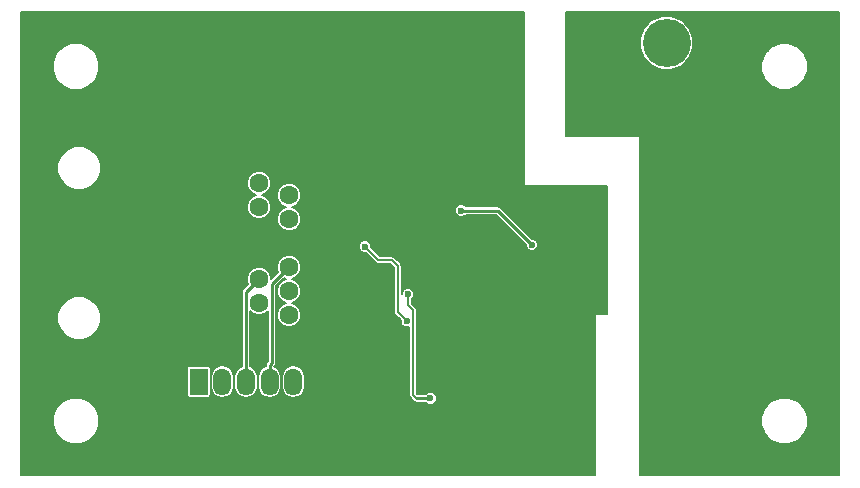
<source format=gbl>
G04 #@! TF.FileFunction,Copper,L2,Bot,Signal*
%FSLAX45Y45*%
G04 Gerber Fmt 4.5, Leading zero omitted, Abs format (unit mm)*
G04 Created by KiCad (PCBNEW (2015-11-19 BZR 6326, Git 08d9b36)-product) date Mon 23 Nov 2015 03:22:04 AM EST*
%MOMM*%
G01*
G04 APERTURE LIST*
%ADD10C,0.100000*%
%ADD11C,0.600000*%
%ADD12R,1.300000X3.600000*%
%ADD13C,1.600000*%
%ADD14C,2.200000*%
%ADD15R,1.524000X2.286000*%
%ADD16O,1.524000X2.286000*%
%ADD17C,4.064000*%
%ADD18C,0.200000*%
%ADD19C,0.250000*%
%ADD20C,0.150000*%
G04 APERTURE END LIST*
D10*
D11*
X9960000Y-5680000D03*
X9960000Y-5760000D03*
X10090000Y-6380000D03*
X10010000Y-6380000D03*
X10800000Y-6270000D03*
X10890000Y-6270000D03*
X10890000Y-6190000D03*
X10800000Y-6190000D03*
X10620000Y-6270000D03*
X10710000Y-6270000D03*
X10710000Y-6190000D03*
X10620000Y-6190000D03*
X10620000Y-6110000D03*
X10710000Y-6110000D03*
X10710000Y-6030000D03*
X10620000Y-6030000D03*
X10550000Y-5510000D03*
X10550000Y-5590000D03*
X10640000Y-5590000D03*
X10640000Y-5510000D03*
X10990000Y-4260000D03*
X11080000Y-4260000D03*
X11080000Y-4180000D03*
X10990000Y-4180000D03*
X10820000Y-4260000D03*
X10910000Y-4260000D03*
X10910000Y-4180000D03*
X10820000Y-4180000D03*
X10640000Y-4260000D03*
X10730000Y-4260000D03*
X10730000Y-4180000D03*
X10640000Y-4180000D03*
X10360000Y-4860000D03*
X10450000Y-4860000D03*
X10450000Y-4780000D03*
X10360000Y-4780000D03*
X11750000Y-4100000D03*
X11830000Y-4100000D03*
X11830000Y-4020000D03*
X11750000Y-4020000D03*
X11910000Y-4100000D03*
X11990000Y-4100000D03*
X11990000Y-4020000D03*
X11910000Y-4020000D03*
X12070000Y-4100000D03*
X12150000Y-4100000D03*
X12150000Y-4020000D03*
X12070000Y-4020000D03*
X13040000Y-6040000D03*
X13120000Y-6040000D03*
X13330000Y-5920000D03*
X13320000Y-5650000D03*
X12960000Y-5660000D03*
X11620000Y-5660000D03*
X11710000Y-5660000D03*
X11620000Y-5580000D03*
X11710000Y-5580000D03*
X11710000Y-5500000D03*
X11620000Y-5500000D03*
X12560000Y-5890000D03*
X12480000Y-5890000D03*
X12560000Y-5810000D03*
X12480000Y-5810000D03*
X12560000Y-5730000D03*
X12480000Y-5730000D03*
X12560000Y-5650000D03*
X12480000Y-5650000D03*
X12560000Y-5570000D03*
X12480000Y-5570000D03*
X12560000Y-5490000D03*
X11710000Y-5890000D03*
X11620000Y-5890000D03*
X11710000Y-5810000D03*
X11620000Y-5810000D03*
X11710000Y-5730000D03*
D12*
X12339340Y-5650000D03*
X11909340Y-5650000D03*
D13*
X9050000Y-5903000D03*
X9050000Y-5700000D03*
X9050000Y-5091000D03*
X9050000Y-4888000D03*
X9304000Y-6005000D03*
X9304000Y-5802000D03*
X9304000Y-5599000D03*
X9304000Y-5193000D03*
X9304000Y-4990000D03*
D14*
X7209000Y-6201000D03*
X7209000Y-4588000D03*
D15*
X8540000Y-6570000D03*
D16*
X8740000Y-6570000D03*
X8940000Y-6570000D03*
X9140000Y-6570000D03*
X9340000Y-6570000D03*
D17*
X12500000Y-3700000D03*
X11950000Y-3675000D03*
D11*
X11620000Y-5730000D03*
X12480000Y-5490000D03*
X10300000Y-6055000D03*
X9945000Y-5425000D03*
X10500000Y-6710000D03*
X10310000Y-5830000D03*
X13350000Y-4480000D03*
X13280000Y-4480000D03*
X12345000Y-7325000D03*
X10760000Y-5120000D03*
X11360000Y-5410000D03*
D18*
X10225000Y-5590000D02*
X10225000Y-5980000D01*
X10225000Y-5980000D02*
X10300000Y-6055000D01*
X10175000Y-5540000D02*
X10225000Y-5590000D01*
X10060000Y-5540000D02*
X10175000Y-5540000D01*
X9945000Y-5425000D02*
X10060000Y-5540000D01*
X10310000Y-5920000D02*
X10355000Y-5965000D01*
X10355000Y-5965000D02*
X10355000Y-6685000D01*
X10355000Y-6685000D02*
X10380000Y-6710000D01*
X10310000Y-5830000D02*
X10310000Y-5920000D01*
D19*
X10380000Y-6710000D02*
X10500000Y-6710000D01*
X9050000Y-5700000D02*
X8940000Y-5810000D01*
X8940000Y-5810000D02*
X8940000Y-6570000D01*
X9160000Y-5743000D02*
X9160000Y-6410700D01*
X9140000Y-6430700D02*
X9140000Y-6570000D01*
X9160000Y-6410700D02*
X9140000Y-6430700D01*
X9304000Y-5599000D02*
X9160000Y-5743000D01*
X11360000Y-5410000D02*
X11070000Y-5120000D01*
X11070000Y-5120000D02*
X10760000Y-5120000D01*
D20*
G36*
X11292500Y-4900000D02*
X11293091Y-4902918D01*
X11294770Y-4905376D01*
X11297274Y-4906987D01*
X11300000Y-4907500D01*
X11992500Y-4907500D01*
X11992500Y-5992500D01*
X11900000Y-5992500D01*
X11897082Y-5993091D01*
X11894624Y-5994770D01*
X11893013Y-5997274D01*
X11892500Y-6000000D01*
X11892500Y-7362500D01*
X7037500Y-7362500D01*
X7037500Y-6939113D01*
X7302466Y-6939113D01*
X7332470Y-7011729D01*
X7387979Y-7067335D01*
X7460542Y-7097466D01*
X7539113Y-7097534D01*
X7611729Y-7067530D01*
X7667335Y-7012021D01*
X7697466Y-6939457D01*
X7697534Y-6860887D01*
X7667530Y-6788271D01*
X7612021Y-6732665D01*
X7539457Y-6702534D01*
X7460887Y-6702466D01*
X7388271Y-6732470D01*
X7332665Y-6787979D01*
X7302534Y-6860542D01*
X7302466Y-6939113D01*
X7037500Y-6939113D01*
X7037500Y-6455700D01*
X8440859Y-6455700D01*
X8440859Y-6684300D01*
X8442428Y-6692638D01*
X8447356Y-6700296D01*
X8454875Y-6705433D01*
X8463800Y-6707241D01*
X8616200Y-6707241D01*
X8624538Y-6705672D01*
X8632196Y-6700744D01*
X8637333Y-6693225D01*
X8639141Y-6684300D01*
X8639141Y-6529220D01*
X8641300Y-6529220D01*
X8641300Y-6610780D01*
X8648813Y-6648551D01*
X8670209Y-6680571D01*
X8702229Y-6701967D01*
X8740000Y-6709480D01*
X8777771Y-6701967D01*
X8809791Y-6680571D01*
X8831187Y-6648551D01*
X8838700Y-6610780D01*
X8838700Y-6529220D01*
X8841300Y-6529220D01*
X8841300Y-6610780D01*
X8848813Y-6648551D01*
X8870209Y-6680571D01*
X8902229Y-6701967D01*
X8940000Y-6709480D01*
X8977771Y-6701967D01*
X9009791Y-6680571D01*
X9031187Y-6648551D01*
X9038700Y-6610780D01*
X9038700Y-6529220D01*
X9031187Y-6491449D01*
X9009791Y-6459428D01*
X8977771Y-6438033D01*
X8975000Y-6437482D01*
X8975000Y-5972952D01*
X8991863Y-5989845D01*
X9029522Y-6005482D01*
X9070299Y-6005518D01*
X9107986Y-5989946D01*
X9125000Y-5972961D01*
X9125000Y-6396203D01*
X9115251Y-6405951D01*
X9107664Y-6417306D01*
X9105000Y-6430700D01*
X9105000Y-6437482D01*
X9102229Y-6438033D01*
X9070209Y-6459428D01*
X9048813Y-6491449D01*
X9041300Y-6529220D01*
X9041300Y-6610780D01*
X9048813Y-6648551D01*
X9070209Y-6680571D01*
X9102229Y-6701967D01*
X9140000Y-6709480D01*
X9177771Y-6701967D01*
X9209791Y-6680571D01*
X9231187Y-6648551D01*
X9238700Y-6610780D01*
X9238700Y-6529220D01*
X9241300Y-6529220D01*
X9241300Y-6610780D01*
X9248813Y-6648551D01*
X9270209Y-6680571D01*
X9302229Y-6701967D01*
X9340000Y-6709480D01*
X9377771Y-6701967D01*
X9409791Y-6680571D01*
X9431187Y-6648551D01*
X9438700Y-6610780D01*
X9438700Y-6529220D01*
X9431187Y-6491449D01*
X9409791Y-6459428D01*
X9377771Y-6438033D01*
X9340000Y-6430520D01*
X9302229Y-6438033D01*
X9270209Y-6459428D01*
X9248813Y-6491449D01*
X9241300Y-6529220D01*
X9238700Y-6529220D01*
X9231187Y-6491449D01*
X9209791Y-6459428D01*
X9180405Y-6439793D01*
X9184749Y-6435449D01*
X9192336Y-6424094D01*
X9195000Y-6410700D01*
X9195000Y-5757497D01*
X9260553Y-5691945D01*
X9281197Y-5700517D01*
X9246014Y-5715054D01*
X9217155Y-5743863D01*
X9201518Y-5781522D01*
X9201482Y-5822299D01*
X9217054Y-5859986D01*
X9245863Y-5888845D01*
X9281197Y-5903517D01*
X9246014Y-5918054D01*
X9217155Y-5946863D01*
X9201518Y-5984522D01*
X9201482Y-6025299D01*
X9217054Y-6062986D01*
X9245863Y-6091845D01*
X9283522Y-6107482D01*
X9324299Y-6107518D01*
X9361986Y-6091946D01*
X9390845Y-6063137D01*
X9406482Y-6025478D01*
X9406518Y-5984701D01*
X9390946Y-5947014D01*
X9362137Y-5918155D01*
X9326803Y-5903483D01*
X9361986Y-5888946D01*
X9390845Y-5860137D01*
X9406482Y-5822478D01*
X9406518Y-5781701D01*
X9390946Y-5744014D01*
X9362137Y-5715155D01*
X9326803Y-5700483D01*
X9361986Y-5685946D01*
X9390845Y-5657137D01*
X9406482Y-5619478D01*
X9406518Y-5578701D01*
X9390946Y-5541014D01*
X9362137Y-5512155D01*
X9324478Y-5496518D01*
X9283701Y-5496482D01*
X9246014Y-5512054D01*
X9217155Y-5540863D01*
X9201518Y-5578522D01*
X9201482Y-5619299D01*
X9211049Y-5642453D01*
X9152499Y-5701003D01*
X9152518Y-5679701D01*
X9136946Y-5642014D01*
X9108137Y-5613155D01*
X9070478Y-5597518D01*
X9029701Y-5597482D01*
X8992014Y-5613054D01*
X8963155Y-5641863D01*
X8947518Y-5679522D01*
X8947482Y-5720299D01*
X8957049Y-5743453D01*
X8915251Y-5785251D01*
X8907664Y-5796606D01*
X8905000Y-5810000D01*
X8905000Y-6437482D01*
X8902229Y-6438033D01*
X8870209Y-6459428D01*
X8848813Y-6491449D01*
X8841300Y-6529220D01*
X8838700Y-6529220D01*
X8831187Y-6491449D01*
X8809791Y-6459428D01*
X8777771Y-6438033D01*
X8740000Y-6430520D01*
X8702229Y-6438033D01*
X8670209Y-6459428D01*
X8648813Y-6491449D01*
X8641300Y-6529220D01*
X8639141Y-6529220D01*
X8639141Y-6455700D01*
X8637572Y-6447362D01*
X8632644Y-6439704D01*
X8625125Y-6434567D01*
X8616200Y-6432759D01*
X8463800Y-6432759D01*
X8455462Y-6434328D01*
X8447804Y-6439256D01*
X8442667Y-6446775D01*
X8440859Y-6455700D01*
X7037500Y-6455700D01*
X7037500Y-6066637D01*
X7340968Y-6066637D01*
X7369073Y-6134657D01*
X7421069Y-6186744D01*
X7489040Y-6214968D01*
X7562637Y-6215032D01*
X7630657Y-6186927D01*
X7682744Y-6134931D01*
X7710968Y-6066960D01*
X7711032Y-5993363D01*
X7682927Y-5925343D01*
X7630931Y-5873256D01*
X7562960Y-5845032D01*
X7489363Y-5844968D01*
X7421343Y-5873073D01*
X7369256Y-5925069D01*
X7341032Y-5993040D01*
X7340968Y-6066637D01*
X7037500Y-6066637D01*
X7037500Y-5435397D01*
X9892491Y-5435397D01*
X9900467Y-5454700D01*
X9915222Y-5469481D01*
X9934511Y-5477491D01*
X9951544Y-5477506D01*
X10037019Y-5562981D01*
X10037019Y-5562981D01*
X10047563Y-5570026D01*
X10060000Y-5572500D01*
X10060001Y-5572500D01*
X10161538Y-5572500D01*
X10192500Y-5603462D01*
X10192500Y-5980000D01*
X10194974Y-5992437D01*
X10202019Y-6002981D01*
X10247506Y-6048468D01*
X10247491Y-6065397D01*
X10255467Y-6084700D01*
X10270222Y-6099481D01*
X10289511Y-6107491D01*
X10310397Y-6107509D01*
X10322500Y-6102508D01*
X10322500Y-6685000D01*
X10324974Y-6697437D01*
X10332019Y-6707981D01*
X10348132Y-6724094D01*
X10355251Y-6734749D01*
X10366606Y-6742336D01*
X10380000Y-6745000D01*
X10460757Y-6745000D01*
X10470222Y-6754481D01*
X10489511Y-6762491D01*
X10510397Y-6762509D01*
X10529700Y-6754533D01*
X10544481Y-6739778D01*
X10552491Y-6720489D01*
X10552509Y-6699603D01*
X10544533Y-6680300D01*
X10529778Y-6665519D01*
X10510489Y-6657509D01*
X10489603Y-6657491D01*
X10470300Y-6665467D01*
X10460750Y-6675000D01*
X10390962Y-6675000D01*
X10387500Y-6671538D01*
X10387500Y-5965001D01*
X10387500Y-5965000D01*
X10385026Y-5952563D01*
X10381643Y-5947500D01*
X10377981Y-5942019D01*
X10377981Y-5942019D01*
X10342500Y-5906538D01*
X10342500Y-5871738D01*
X10354481Y-5859778D01*
X10362491Y-5840489D01*
X10362509Y-5819603D01*
X10354533Y-5800300D01*
X10339778Y-5785519D01*
X10320489Y-5777509D01*
X10299603Y-5777491D01*
X10280300Y-5785467D01*
X10265519Y-5800222D01*
X10257509Y-5819511D01*
X10257500Y-5830000D01*
X10257500Y-5590001D01*
X10257500Y-5590000D01*
X10255026Y-5577563D01*
X10247981Y-5567019D01*
X10197981Y-5517019D01*
X10187437Y-5509974D01*
X10175000Y-5507500D01*
X10073462Y-5507500D01*
X9997494Y-5431532D01*
X9997509Y-5414603D01*
X9989533Y-5395300D01*
X9974778Y-5380519D01*
X9955489Y-5372509D01*
X9934603Y-5372491D01*
X9915300Y-5380467D01*
X9900519Y-5395222D01*
X9892509Y-5414511D01*
X9892491Y-5435397D01*
X7037500Y-5435397D01*
X7037500Y-4796637D01*
X7340968Y-4796637D01*
X7369073Y-4864657D01*
X7421069Y-4916744D01*
X7489040Y-4944968D01*
X7562637Y-4945032D01*
X7630657Y-4916927D01*
X7639300Y-4908299D01*
X8947482Y-4908299D01*
X8963054Y-4945986D01*
X8991863Y-4974845D01*
X9027197Y-4989517D01*
X8992014Y-5004054D01*
X8963155Y-5032863D01*
X8947518Y-5070522D01*
X8947482Y-5111299D01*
X8963054Y-5148986D01*
X8991863Y-5177845D01*
X9029522Y-5193482D01*
X9070299Y-5193518D01*
X9107986Y-5177946D01*
X9136845Y-5149137D01*
X9152482Y-5111478D01*
X9152518Y-5070701D01*
X9136946Y-5033014D01*
X9114270Y-5010299D01*
X9201482Y-5010299D01*
X9217054Y-5047986D01*
X9245863Y-5076845D01*
X9281197Y-5091517D01*
X9246014Y-5106054D01*
X9217155Y-5134863D01*
X9201518Y-5172522D01*
X9201482Y-5213299D01*
X9217054Y-5250986D01*
X9245863Y-5279845D01*
X9283522Y-5295482D01*
X9324299Y-5295518D01*
X9361986Y-5279946D01*
X9390845Y-5251137D01*
X9406482Y-5213478D01*
X9406518Y-5172701D01*
X9390946Y-5135014D01*
X9386337Y-5130397D01*
X10707491Y-5130397D01*
X10715467Y-5149700D01*
X10730222Y-5164481D01*
X10749511Y-5172491D01*
X10770397Y-5172509D01*
X10789700Y-5164533D01*
X10799250Y-5155000D01*
X11055503Y-5155000D01*
X11307503Y-5407000D01*
X11307491Y-5420397D01*
X11315467Y-5439700D01*
X11330222Y-5454481D01*
X11349511Y-5462491D01*
X11370397Y-5462509D01*
X11389700Y-5454533D01*
X11404481Y-5439778D01*
X11412491Y-5420489D01*
X11412509Y-5399603D01*
X11404533Y-5380300D01*
X11389778Y-5365519D01*
X11370489Y-5357509D01*
X11356995Y-5357497D01*
X11094749Y-5095251D01*
X11083394Y-5087664D01*
X11070000Y-5085000D01*
X10799243Y-5085000D01*
X10789778Y-5075519D01*
X10770489Y-5067509D01*
X10749603Y-5067491D01*
X10730300Y-5075467D01*
X10715519Y-5090222D01*
X10707509Y-5109511D01*
X10707491Y-5130397D01*
X9386337Y-5130397D01*
X9362137Y-5106155D01*
X9326803Y-5091483D01*
X9361986Y-5076946D01*
X9390845Y-5048137D01*
X9406482Y-5010478D01*
X9406518Y-4969701D01*
X9390946Y-4932014D01*
X9362137Y-4903155D01*
X9324478Y-4887518D01*
X9283701Y-4887482D01*
X9246014Y-4903054D01*
X9217155Y-4931863D01*
X9201518Y-4969522D01*
X9201482Y-5010299D01*
X9114270Y-5010299D01*
X9108137Y-5004155D01*
X9072803Y-4989483D01*
X9107986Y-4974946D01*
X9136845Y-4946137D01*
X9152482Y-4908478D01*
X9152518Y-4867701D01*
X9136946Y-4830014D01*
X9108137Y-4801155D01*
X9070478Y-4785518D01*
X9029701Y-4785482D01*
X8992014Y-4801054D01*
X8963155Y-4829863D01*
X8947518Y-4867522D01*
X8947482Y-4908299D01*
X7639300Y-4908299D01*
X7682744Y-4864931D01*
X7710968Y-4796960D01*
X7711032Y-4723363D01*
X7682927Y-4655343D01*
X7630931Y-4603256D01*
X7562960Y-4575032D01*
X7489363Y-4574968D01*
X7421343Y-4603073D01*
X7369256Y-4655069D01*
X7341032Y-4723040D01*
X7340968Y-4796637D01*
X7037500Y-4796637D01*
X7037500Y-3939113D01*
X7302466Y-3939113D01*
X7332470Y-4011729D01*
X7387979Y-4067335D01*
X7460542Y-4097466D01*
X7539113Y-4097534D01*
X7611729Y-4067530D01*
X7667335Y-4012021D01*
X7697466Y-3939457D01*
X7697534Y-3860887D01*
X7667530Y-3788271D01*
X7612021Y-3732665D01*
X7539457Y-3702534D01*
X7460887Y-3702466D01*
X7388271Y-3732470D01*
X7332665Y-3787979D01*
X7302534Y-3860542D01*
X7302466Y-3939113D01*
X7037500Y-3939113D01*
X7037500Y-3437500D01*
X11292500Y-3437500D01*
X11292500Y-4900000D01*
X11292500Y-4900000D01*
G37*
X11292500Y-4900000D02*
X11293091Y-4902918D01*
X11294770Y-4905376D01*
X11297274Y-4906987D01*
X11300000Y-4907500D01*
X11992500Y-4907500D01*
X11992500Y-5992500D01*
X11900000Y-5992500D01*
X11897082Y-5993091D01*
X11894624Y-5994770D01*
X11893013Y-5997274D01*
X11892500Y-6000000D01*
X11892500Y-7362500D01*
X7037500Y-7362500D01*
X7037500Y-6939113D01*
X7302466Y-6939113D01*
X7332470Y-7011729D01*
X7387979Y-7067335D01*
X7460542Y-7097466D01*
X7539113Y-7097534D01*
X7611729Y-7067530D01*
X7667335Y-7012021D01*
X7697466Y-6939457D01*
X7697534Y-6860887D01*
X7667530Y-6788271D01*
X7612021Y-6732665D01*
X7539457Y-6702534D01*
X7460887Y-6702466D01*
X7388271Y-6732470D01*
X7332665Y-6787979D01*
X7302534Y-6860542D01*
X7302466Y-6939113D01*
X7037500Y-6939113D01*
X7037500Y-6455700D01*
X8440859Y-6455700D01*
X8440859Y-6684300D01*
X8442428Y-6692638D01*
X8447356Y-6700296D01*
X8454875Y-6705433D01*
X8463800Y-6707241D01*
X8616200Y-6707241D01*
X8624538Y-6705672D01*
X8632196Y-6700744D01*
X8637333Y-6693225D01*
X8639141Y-6684300D01*
X8639141Y-6529220D01*
X8641300Y-6529220D01*
X8641300Y-6610780D01*
X8648813Y-6648551D01*
X8670209Y-6680571D01*
X8702229Y-6701967D01*
X8740000Y-6709480D01*
X8777771Y-6701967D01*
X8809791Y-6680571D01*
X8831187Y-6648551D01*
X8838700Y-6610780D01*
X8838700Y-6529220D01*
X8841300Y-6529220D01*
X8841300Y-6610780D01*
X8848813Y-6648551D01*
X8870209Y-6680571D01*
X8902229Y-6701967D01*
X8940000Y-6709480D01*
X8977771Y-6701967D01*
X9009791Y-6680571D01*
X9031187Y-6648551D01*
X9038700Y-6610780D01*
X9038700Y-6529220D01*
X9031187Y-6491449D01*
X9009791Y-6459428D01*
X8977771Y-6438033D01*
X8975000Y-6437482D01*
X8975000Y-5972952D01*
X8991863Y-5989845D01*
X9029522Y-6005482D01*
X9070299Y-6005518D01*
X9107986Y-5989946D01*
X9125000Y-5972961D01*
X9125000Y-6396203D01*
X9115251Y-6405951D01*
X9107664Y-6417306D01*
X9105000Y-6430700D01*
X9105000Y-6437482D01*
X9102229Y-6438033D01*
X9070209Y-6459428D01*
X9048813Y-6491449D01*
X9041300Y-6529220D01*
X9041300Y-6610780D01*
X9048813Y-6648551D01*
X9070209Y-6680571D01*
X9102229Y-6701967D01*
X9140000Y-6709480D01*
X9177771Y-6701967D01*
X9209791Y-6680571D01*
X9231187Y-6648551D01*
X9238700Y-6610780D01*
X9238700Y-6529220D01*
X9241300Y-6529220D01*
X9241300Y-6610780D01*
X9248813Y-6648551D01*
X9270209Y-6680571D01*
X9302229Y-6701967D01*
X9340000Y-6709480D01*
X9377771Y-6701967D01*
X9409791Y-6680571D01*
X9431187Y-6648551D01*
X9438700Y-6610780D01*
X9438700Y-6529220D01*
X9431187Y-6491449D01*
X9409791Y-6459428D01*
X9377771Y-6438033D01*
X9340000Y-6430520D01*
X9302229Y-6438033D01*
X9270209Y-6459428D01*
X9248813Y-6491449D01*
X9241300Y-6529220D01*
X9238700Y-6529220D01*
X9231187Y-6491449D01*
X9209791Y-6459428D01*
X9180405Y-6439793D01*
X9184749Y-6435449D01*
X9192336Y-6424094D01*
X9195000Y-6410700D01*
X9195000Y-5757497D01*
X9260553Y-5691945D01*
X9281197Y-5700517D01*
X9246014Y-5715054D01*
X9217155Y-5743863D01*
X9201518Y-5781522D01*
X9201482Y-5822299D01*
X9217054Y-5859986D01*
X9245863Y-5888845D01*
X9281197Y-5903517D01*
X9246014Y-5918054D01*
X9217155Y-5946863D01*
X9201518Y-5984522D01*
X9201482Y-6025299D01*
X9217054Y-6062986D01*
X9245863Y-6091845D01*
X9283522Y-6107482D01*
X9324299Y-6107518D01*
X9361986Y-6091946D01*
X9390845Y-6063137D01*
X9406482Y-6025478D01*
X9406518Y-5984701D01*
X9390946Y-5947014D01*
X9362137Y-5918155D01*
X9326803Y-5903483D01*
X9361986Y-5888946D01*
X9390845Y-5860137D01*
X9406482Y-5822478D01*
X9406518Y-5781701D01*
X9390946Y-5744014D01*
X9362137Y-5715155D01*
X9326803Y-5700483D01*
X9361986Y-5685946D01*
X9390845Y-5657137D01*
X9406482Y-5619478D01*
X9406518Y-5578701D01*
X9390946Y-5541014D01*
X9362137Y-5512155D01*
X9324478Y-5496518D01*
X9283701Y-5496482D01*
X9246014Y-5512054D01*
X9217155Y-5540863D01*
X9201518Y-5578522D01*
X9201482Y-5619299D01*
X9211049Y-5642453D01*
X9152499Y-5701003D01*
X9152518Y-5679701D01*
X9136946Y-5642014D01*
X9108137Y-5613155D01*
X9070478Y-5597518D01*
X9029701Y-5597482D01*
X8992014Y-5613054D01*
X8963155Y-5641863D01*
X8947518Y-5679522D01*
X8947482Y-5720299D01*
X8957049Y-5743453D01*
X8915251Y-5785251D01*
X8907664Y-5796606D01*
X8905000Y-5810000D01*
X8905000Y-6437482D01*
X8902229Y-6438033D01*
X8870209Y-6459428D01*
X8848813Y-6491449D01*
X8841300Y-6529220D01*
X8838700Y-6529220D01*
X8831187Y-6491449D01*
X8809791Y-6459428D01*
X8777771Y-6438033D01*
X8740000Y-6430520D01*
X8702229Y-6438033D01*
X8670209Y-6459428D01*
X8648813Y-6491449D01*
X8641300Y-6529220D01*
X8639141Y-6529220D01*
X8639141Y-6455700D01*
X8637572Y-6447362D01*
X8632644Y-6439704D01*
X8625125Y-6434567D01*
X8616200Y-6432759D01*
X8463800Y-6432759D01*
X8455462Y-6434328D01*
X8447804Y-6439256D01*
X8442667Y-6446775D01*
X8440859Y-6455700D01*
X7037500Y-6455700D01*
X7037500Y-6066637D01*
X7340968Y-6066637D01*
X7369073Y-6134657D01*
X7421069Y-6186744D01*
X7489040Y-6214968D01*
X7562637Y-6215032D01*
X7630657Y-6186927D01*
X7682744Y-6134931D01*
X7710968Y-6066960D01*
X7711032Y-5993363D01*
X7682927Y-5925343D01*
X7630931Y-5873256D01*
X7562960Y-5845032D01*
X7489363Y-5844968D01*
X7421343Y-5873073D01*
X7369256Y-5925069D01*
X7341032Y-5993040D01*
X7340968Y-6066637D01*
X7037500Y-6066637D01*
X7037500Y-5435397D01*
X9892491Y-5435397D01*
X9900467Y-5454700D01*
X9915222Y-5469481D01*
X9934511Y-5477491D01*
X9951544Y-5477506D01*
X10037019Y-5562981D01*
X10037019Y-5562981D01*
X10047563Y-5570026D01*
X10060000Y-5572500D01*
X10060001Y-5572500D01*
X10161538Y-5572500D01*
X10192500Y-5603462D01*
X10192500Y-5980000D01*
X10194974Y-5992437D01*
X10202019Y-6002981D01*
X10247506Y-6048468D01*
X10247491Y-6065397D01*
X10255467Y-6084700D01*
X10270222Y-6099481D01*
X10289511Y-6107491D01*
X10310397Y-6107509D01*
X10322500Y-6102508D01*
X10322500Y-6685000D01*
X10324974Y-6697437D01*
X10332019Y-6707981D01*
X10348132Y-6724094D01*
X10355251Y-6734749D01*
X10366606Y-6742336D01*
X10380000Y-6745000D01*
X10460757Y-6745000D01*
X10470222Y-6754481D01*
X10489511Y-6762491D01*
X10510397Y-6762509D01*
X10529700Y-6754533D01*
X10544481Y-6739778D01*
X10552491Y-6720489D01*
X10552509Y-6699603D01*
X10544533Y-6680300D01*
X10529778Y-6665519D01*
X10510489Y-6657509D01*
X10489603Y-6657491D01*
X10470300Y-6665467D01*
X10460750Y-6675000D01*
X10390962Y-6675000D01*
X10387500Y-6671538D01*
X10387500Y-5965001D01*
X10387500Y-5965000D01*
X10385026Y-5952563D01*
X10381643Y-5947500D01*
X10377981Y-5942019D01*
X10377981Y-5942019D01*
X10342500Y-5906538D01*
X10342500Y-5871738D01*
X10354481Y-5859778D01*
X10362491Y-5840489D01*
X10362509Y-5819603D01*
X10354533Y-5800300D01*
X10339778Y-5785519D01*
X10320489Y-5777509D01*
X10299603Y-5777491D01*
X10280300Y-5785467D01*
X10265519Y-5800222D01*
X10257509Y-5819511D01*
X10257500Y-5830000D01*
X10257500Y-5590001D01*
X10257500Y-5590000D01*
X10255026Y-5577563D01*
X10247981Y-5567019D01*
X10197981Y-5517019D01*
X10187437Y-5509974D01*
X10175000Y-5507500D01*
X10073462Y-5507500D01*
X9997494Y-5431532D01*
X9997509Y-5414603D01*
X9989533Y-5395300D01*
X9974778Y-5380519D01*
X9955489Y-5372509D01*
X9934603Y-5372491D01*
X9915300Y-5380467D01*
X9900519Y-5395222D01*
X9892509Y-5414511D01*
X9892491Y-5435397D01*
X7037500Y-5435397D01*
X7037500Y-4796637D01*
X7340968Y-4796637D01*
X7369073Y-4864657D01*
X7421069Y-4916744D01*
X7489040Y-4944968D01*
X7562637Y-4945032D01*
X7630657Y-4916927D01*
X7639300Y-4908299D01*
X8947482Y-4908299D01*
X8963054Y-4945986D01*
X8991863Y-4974845D01*
X9027197Y-4989517D01*
X8992014Y-5004054D01*
X8963155Y-5032863D01*
X8947518Y-5070522D01*
X8947482Y-5111299D01*
X8963054Y-5148986D01*
X8991863Y-5177845D01*
X9029522Y-5193482D01*
X9070299Y-5193518D01*
X9107986Y-5177946D01*
X9136845Y-5149137D01*
X9152482Y-5111478D01*
X9152518Y-5070701D01*
X9136946Y-5033014D01*
X9114270Y-5010299D01*
X9201482Y-5010299D01*
X9217054Y-5047986D01*
X9245863Y-5076845D01*
X9281197Y-5091517D01*
X9246014Y-5106054D01*
X9217155Y-5134863D01*
X9201518Y-5172522D01*
X9201482Y-5213299D01*
X9217054Y-5250986D01*
X9245863Y-5279845D01*
X9283522Y-5295482D01*
X9324299Y-5295518D01*
X9361986Y-5279946D01*
X9390845Y-5251137D01*
X9406482Y-5213478D01*
X9406518Y-5172701D01*
X9390946Y-5135014D01*
X9386337Y-5130397D01*
X10707491Y-5130397D01*
X10715467Y-5149700D01*
X10730222Y-5164481D01*
X10749511Y-5172491D01*
X10770397Y-5172509D01*
X10789700Y-5164533D01*
X10799250Y-5155000D01*
X11055503Y-5155000D01*
X11307503Y-5407000D01*
X11307491Y-5420397D01*
X11315467Y-5439700D01*
X11330222Y-5454481D01*
X11349511Y-5462491D01*
X11370397Y-5462509D01*
X11389700Y-5454533D01*
X11404481Y-5439778D01*
X11412491Y-5420489D01*
X11412509Y-5399603D01*
X11404533Y-5380300D01*
X11389778Y-5365519D01*
X11370489Y-5357509D01*
X11356995Y-5357497D01*
X11094749Y-5095251D01*
X11083394Y-5087664D01*
X11070000Y-5085000D01*
X10799243Y-5085000D01*
X10789778Y-5075519D01*
X10770489Y-5067509D01*
X10749603Y-5067491D01*
X10730300Y-5075467D01*
X10715519Y-5090222D01*
X10707509Y-5109511D01*
X10707491Y-5130397D01*
X9386337Y-5130397D01*
X9362137Y-5106155D01*
X9326803Y-5091483D01*
X9361986Y-5076946D01*
X9390845Y-5048137D01*
X9406482Y-5010478D01*
X9406518Y-4969701D01*
X9390946Y-4932014D01*
X9362137Y-4903155D01*
X9324478Y-4887518D01*
X9283701Y-4887482D01*
X9246014Y-4903054D01*
X9217155Y-4931863D01*
X9201518Y-4969522D01*
X9201482Y-5010299D01*
X9114270Y-5010299D01*
X9108137Y-5004155D01*
X9072803Y-4989483D01*
X9107986Y-4974946D01*
X9136845Y-4946137D01*
X9152482Y-4908478D01*
X9152518Y-4867701D01*
X9136946Y-4830014D01*
X9108137Y-4801155D01*
X9070478Y-4785518D01*
X9029701Y-4785482D01*
X8992014Y-4801054D01*
X8963155Y-4829863D01*
X8947518Y-4867522D01*
X8947482Y-4908299D01*
X7639300Y-4908299D01*
X7682744Y-4864931D01*
X7710968Y-4796960D01*
X7711032Y-4723363D01*
X7682927Y-4655343D01*
X7630931Y-4603256D01*
X7562960Y-4575032D01*
X7489363Y-4574968D01*
X7421343Y-4603073D01*
X7369256Y-4655069D01*
X7341032Y-4723040D01*
X7340968Y-4796637D01*
X7037500Y-4796637D01*
X7037500Y-3939113D01*
X7302466Y-3939113D01*
X7332470Y-4011729D01*
X7387979Y-4067335D01*
X7460542Y-4097466D01*
X7539113Y-4097534D01*
X7611729Y-4067530D01*
X7667335Y-4012021D01*
X7697466Y-3939457D01*
X7697534Y-3860887D01*
X7667530Y-3788271D01*
X7612021Y-3732665D01*
X7539457Y-3702534D01*
X7460887Y-3702466D01*
X7388271Y-3732470D01*
X7332665Y-3787979D01*
X7302534Y-3860542D01*
X7302466Y-3939113D01*
X7037500Y-3939113D01*
X7037500Y-3437500D01*
X11292500Y-3437500D01*
X11292500Y-4900000D01*
X13962500Y-3437500D02*
X11647500Y-3437500D01*
X13962500Y-3447420D02*
X11647500Y-3447420D01*
X13962500Y-3457340D02*
X11647500Y-3457340D01*
X13962500Y-3467260D02*
X11647500Y-3467260D01*
X12448238Y-3477180D02*
X11647500Y-3477180D01*
X13962500Y-3477180D02*
X12551933Y-3477180D01*
X12424230Y-3487100D02*
X11647500Y-3487100D01*
X13962500Y-3487100D02*
X12575823Y-3487100D01*
X12400221Y-3497020D02*
X11647500Y-3497020D01*
X13962500Y-3497020D02*
X12599713Y-3497020D01*
X12376213Y-3506940D02*
X11647500Y-3506940D01*
X13962500Y-3506940D02*
X12623603Y-3506940D01*
X12363993Y-3516860D02*
X11647500Y-3516860D01*
X13962500Y-3516860D02*
X12636089Y-3516860D01*
X12354056Y-3526780D02*
X11647500Y-3526780D01*
X13962500Y-3526780D02*
X12645992Y-3526780D01*
X12344118Y-3536700D02*
X11647500Y-3536700D01*
X13962500Y-3536700D02*
X12655895Y-3536700D01*
X12334181Y-3546620D02*
X11647500Y-3546620D01*
X13962500Y-3546620D02*
X12665797Y-3546620D01*
X12324244Y-3556540D02*
X11647500Y-3556540D01*
X13962500Y-3556540D02*
X12675700Y-3556540D01*
X12314306Y-3566460D02*
X11647500Y-3566460D01*
X13962500Y-3566460D02*
X12685603Y-3566460D01*
X12306947Y-3576380D02*
X11647500Y-3576380D01*
X13962500Y-3576380D02*
X12693129Y-3576380D01*
X12302828Y-3586300D02*
X11647500Y-3586300D01*
X13962500Y-3586300D02*
X12697228Y-3586300D01*
X12298709Y-3596220D02*
X11647500Y-3596220D01*
X13962500Y-3596220D02*
X12701327Y-3596220D01*
X12294590Y-3606140D02*
X11647500Y-3606140D01*
X13962500Y-3606140D02*
X12705426Y-3606140D01*
X12290471Y-3616060D02*
X11647500Y-3616060D01*
X13962500Y-3616060D02*
X12709524Y-3616060D01*
X12286351Y-3625980D02*
X11647500Y-3625980D01*
X13962500Y-3625980D02*
X12713623Y-3625980D01*
X12282232Y-3635900D02*
X11647500Y-3635900D01*
X13962500Y-3635900D02*
X12717722Y-3635900D01*
X12278113Y-3645820D02*
X11647500Y-3645820D01*
X13962500Y-3645820D02*
X12721821Y-3645820D01*
X12274339Y-3655740D02*
X11647500Y-3655740D01*
X13962500Y-3655740D02*
X12725739Y-3655740D01*
X12274330Y-3665660D02*
X11647500Y-3665660D01*
X13962500Y-3665660D02*
X12725730Y-3665660D01*
X12274321Y-3675580D02*
X11647500Y-3675580D01*
X13962500Y-3675580D02*
X12725721Y-3675580D01*
X12274313Y-3685500D02*
X11647500Y-3685500D01*
X13962500Y-3685500D02*
X12725713Y-3685500D01*
X12274304Y-3695420D02*
X11647500Y-3695420D01*
X13962500Y-3695420D02*
X12725704Y-3695420D01*
X12274295Y-3705340D02*
X11647500Y-3705340D01*
X13453931Y-3705340D02*
X12725695Y-3705340D01*
X13962500Y-3705340D02*
X13546214Y-3705340D01*
X12274287Y-3715260D02*
X11647500Y-3715260D01*
X13429923Y-3715260D02*
X12725687Y-3715260D01*
X13962500Y-3715260D02*
X13570104Y-3715260D01*
X12274278Y-3725180D02*
X11647500Y-3725180D01*
X13405915Y-3725180D02*
X12725678Y-3725180D01*
X13962500Y-3725180D02*
X13593995Y-3725180D01*
X12274269Y-3735100D02*
X11647500Y-3735100D01*
X13385637Y-3735100D02*
X12725669Y-3735100D01*
X13962500Y-3735100D02*
X13614451Y-3735100D01*
X12274394Y-3745020D02*
X11647500Y-3745020D01*
X13375699Y-3745020D02*
X12725661Y-3745020D01*
X13962500Y-3745020D02*
X13624354Y-3745020D01*
X12278493Y-3754940D02*
X11647500Y-3754940D01*
X13365762Y-3754940D02*
X12721571Y-3754940D01*
X13962500Y-3754940D02*
X13634257Y-3754940D01*
X12282592Y-3764860D02*
X11647500Y-3764860D01*
X13355825Y-3764860D02*
X12717452Y-3764860D01*
X13962500Y-3764860D02*
X13644159Y-3764860D01*
X12286691Y-3774780D02*
X11647500Y-3774780D01*
X13345887Y-3774780D02*
X12713333Y-3774780D01*
X13962500Y-3774780D02*
X13654062Y-3774780D01*
X12290790Y-3784700D02*
X11647500Y-3784700D01*
X13335950Y-3784700D02*
X12709214Y-3784700D01*
X13962500Y-3784700D02*
X13663965Y-3784700D01*
X12294888Y-3794620D02*
X11647500Y-3794620D01*
X13329908Y-3794620D02*
X12705095Y-3794620D01*
X13962500Y-3794620D02*
X13670153Y-3794620D01*
X12298987Y-3804540D02*
X11647500Y-3804540D01*
X13325789Y-3804540D02*
X12700975Y-3804540D01*
X13962500Y-3804540D02*
X13674252Y-3804540D01*
X12303086Y-3814460D02*
X11647500Y-3814460D01*
X13321669Y-3814460D02*
X12696856Y-3814460D01*
X13962500Y-3814460D02*
X13678351Y-3814460D01*
X12307185Y-3824380D02*
X11647500Y-3824380D01*
X13317550Y-3824380D02*
X12692737Y-3824380D01*
X13962500Y-3824380D02*
X13682450Y-3824380D01*
X12315156Y-3834300D02*
X11647500Y-3834300D01*
X13313431Y-3834300D02*
X12684932Y-3834300D01*
X13962500Y-3834300D02*
X13686549Y-3834300D01*
X12325059Y-3844220D02*
X11647500Y-3844220D01*
X13309312Y-3844220D02*
X12674995Y-3844220D01*
X13962500Y-3844220D02*
X13690648Y-3844220D01*
X12334961Y-3854140D02*
X11647500Y-3854140D01*
X13305193Y-3854140D02*
X12665058Y-3854140D01*
X13962500Y-3854140D02*
X13694746Y-3854140D01*
X12344864Y-3864060D02*
X11647500Y-3864060D01*
X13302531Y-3864060D02*
X12655120Y-3864060D01*
X13962500Y-3864060D02*
X13697531Y-3864060D01*
X12354767Y-3873980D02*
X11647500Y-3873980D01*
X13302523Y-3873980D02*
X12645183Y-3873980D01*
X13962500Y-3873980D02*
X13697523Y-3873980D01*
X12364669Y-3883900D02*
X11647500Y-3883900D01*
X13302514Y-3883900D02*
X12635246Y-3883900D01*
X13962500Y-3883900D02*
X13697514Y-3883900D01*
X12378227Y-3893820D02*
X11647500Y-3893820D01*
X13302505Y-3893820D02*
X12621947Y-3893820D01*
X13962500Y-3893820D02*
X13697505Y-3893820D01*
X12402117Y-3903740D02*
X11647500Y-3903740D01*
X13302497Y-3903740D02*
X12597939Y-3903740D01*
X13962500Y-3903740D02*
X13697497Y-3903740D01*
X12426007Y-3913660D02*
X11647500Y-3913660D01*
X13302488Y-3913660D02*
X12573931Y-3913660D01*
X13962500Y-3913660D02*
X13697488Y-3913660D01*
X12449898Y-3923580D02*
X11647500Y-3923580D01*
X13302479Y-3923580D02*
X12549923Y-3923580D01*
X13962500Y-3923580D02*
X13697479Y-3923580D01*
X13302471Y-3933500D02*
X11647500Y-3933500D01*
X13962500Y-3933500D02*
X13697471Y-3933500D01*
X13304245Y-3943420D02*
X11647500Y-3943420D01*
X13962500Y-3943420D02*
X13695820Y-3943420D01*
X13308344Y-3953340D02*
X11647500Y-3953340D01*
X13962500Y-3953340D02*
X13691701Y-3953340D01*
X13312443Y-3963260D02*
X11647500Y-3963260D01*
X13962500Y-3963260D02*
X13687582Y-3963260D01*
X13316542Y-3973180D02*
X11647500Y-3973180D01*
X13962500Y-3973180D02*
X13683463Y-3973180D01*
X13320641Y-3983100D02*
X11647500Y-3983100D01*
X13962500Y-3983100D02*
X13679344Y-3983100D01*
X13324740Y-3993020D02*
X11647500Y-3993020D01*
X13962500Y-3993020D02*
X13675225Y-3993020D01*
X13328839Y-4002940D02*
X11647500Y-4002940D01*
X13962500Y-4002940D02*
X13671105Y-4002940D01*
X13333599Y-4012860D02*
X11647500Y-4012860D01*
X13962500Y-4012860D02*
X13666494Y-4012860D01*
X13343502Y-4022780D02*
X11647500Y-4022780D01*
X13962500Y-4022780D02*
X13656557Y-4022780D01*
X13353405Y-4032700D02*
X11647500Y-4032700D01*
X13962500Y-4032700D02*
X13646619Y-4032700D01*
X13363307Y-4042620D02*
X11647500Y-4042620D01*
X13962500Y-4042620D02*
X13636682Y-4042620D01*
X13373210Y-4052540D02*
X11647500Y-4052540D01*
X13962500Y-4052540D02*
X13626745Y-4052540D01*
X13383113Y-4062460D02*
X11647500Y-4062460D01*
X13962500Y-4062460D02*
X13616807Y-4062460D01*
X13400129Y-4072380D02*
X11647500Y-4072380D01*
X13962500Y-4072380D02*
X13599991Y-4072380D01*
X13424019Y-4082300D02*
X11647500Y-4082300D01*
X13962500Y-4082300D02*
X13575982Y-4082300D01*
X13447909Y-4092220D02*
X11647500Y-4092220D01*
X13962500Y-4092220D02*
X13551974Y-4092220D01*
X13962500Y-4102140D02*
X11647500Y-4102140D01*
X13962500Y-4112060D02*
X11647500Y-4112060D01*
X13962500Y-4121980D02*
X11647500Y-4121980D01*
X13962500Y-4131900D02*
X11647500Y-4131900D01*
X13962500Y-4141820D02*
X11647500Y-4141820D01*
X13962500Y-4151740D02*
X11647500Y-4151740D01*
X13962500Y-4161660D02*
X11647500Y-4161660D01*
X13962500Y-4171580D02*
X11647500Y-4171580D01*
X13962500Y-4181500D02*
X11647500Y-4181500D01*
X13962500Y-4191420D02*
X11647500Y-4191420D01*
X13962500Y-4201340D02*
X11647500Y-4201340D01*
X13962500Y-4211260D02*
X11647500Y-4211260D01*
X13962500Y-4221180D02*
X11647500Y-4221180D01*
X13962500Y-4231100D02*
X11647500Y-4231100D01*
X13962500Y-4241020D02*
X11647500Y-4241020D01*
X13962500Y-4250940D02*
X11647500Y-4250940D01*
X13962500Y-4260860D02*
X11647500Y-4260860D01*
X13962500Y-4270780D02*
X11647500Y-4270780D01*
X13962500Y-4280700D02*
X11647500Y-4280700D01*
X13962500Y-4290620D02*
X11647500Y-4290620D01*
X13962500Y-4300540D02*
X11647500Y-4300540D01*
X13962500Y-4310460D02*
X11647500Y-4310460D01*
X13962500Y-4320380D02*
X11647500Y-4320380D01*
X13962500Y-4330300D02*
X11647500Y-4330300D01*
X13962500Y-4340220D02*
X11647500Y-4340220D01*
X13962500Y-4350140D02*
X11647500Y-4350140D01*
X13962500Y-4360060D02*
X11647500Y-4360060D01*
X13962500Y-4369980D02*
X11647500Y-4369980D01*
X13962500Y-4379900D02*
X11647500Y-4379900D01*
X13962500Y-4389820D02*
X11647500Y-4389820D01*
X13962500Y-4399740D02*
X11647500Y-4399740D01*
X13962500Y-4409660D02*
X11647500Y-4409660D01*
X13962500Y-4419580D02*
X11647500Y-4419580D01*
X13962500Y-4429500D02*
X11647500Y-4429500D01*
X13962500Y-4439420D02*
X11647500Y-4439420D01*
X13962500Y-4449340D02*
X11647500Y-4449340D01*
X13962500Y-4459260D02*
X11647500Y-4459260D01*
X13962500Y-4469180D02*
X11647500Y-4469180D01*
X13962500Y-4479100D02*
X11647500Y-4479100D01*
X13962500Y-4489020D02*
X11647500Y-4489020D01*
X13962500Y-4498940D02*
X12277285Y-4498940D01*
X13962500Y-4508860D02*
X12277500Y-4508860D01*
X13962500Y-4518780D02*
X12277500Y-4518780D01*
X13962500Y-4528700D02*
X12277500Y-4528700D01*
X13962500Y-4538620D02*
X12277500Y-4538620D01*
X13962500Y-4548540D02*
X12277500Y-4548540D01*
X13962500Y-4558460D02*
X12277500Y-4558460D01*
X13962500Y-4568380D02*
X12277500Y-4568380D01*
X13962500Y-4578300D02*
X12277500Y-4578300D01*
X13962500Y-4588220D02*
X12277500Y-4588220D01*
X13962500Y-4598140D02*
X12277500Y-4598140D01*
X13962500Y-4608060D02*
X12277500Y-4608060D01*
X13962500Y-4617980D02*
X12277500Y-4617980D01*
X13962500Y-4627900D02*
X12277500Y-4627900D01*
X13962500Y-4637820D02*
X12277500Y-4637820D01*
X13962500Y-4647740D02*
X12277500Y-4647740D01*
X13962500Y-4657660D02*
X12277500Y-4657660D01*
X13962500Y-4667580D02*
X12277500Y-4667580D01*
X13962500Y-4677500D02*
X12277500Y-4677500D01*
X13962500Y-4687420D02*
X12277500Y-4687420D01*
X13962500Y-4697340D02*
X12277500Y-4697340D01*
X13962500Y-4707260D02*
X12277500Y-4707260D01*
X13962500Y-4717180D02*
X12277500Y-4717180D01*
X13962500Y-4727100D02*
X12277500Y-4727100D01*
X13962500Y-4737020D02*
X12277500Y-4737020D01*
X13962500Y-4746940D02*
X12277500Y-4746940D01*
X13962500Y-4756860D02*
X12277500Y-4756860D01*
X13962500Y-4766780D02*
X12277500Y-4766780D01*
X13962500Y-4776700D02*
X12277500Y-4776700D01*
X13962500Y-4786620D02*
X12277500Y-4786620D01*
X13962500Y-4796540D02*
X12277500Y-4796540D01*
X13962500Y-4806460D02*
X12277500Y-4806460D01*
X13962500Y-4816380D02*
X12277500Y-4816380D01*
X13962500Y-4826300D02*
X12277500Y-4826300D01*
X13962500Y-4836220D02*
X12277500Y-4836220D01*
X13962500Y-4846140D02*
X12277500Y-4846140D01*
X13962500Y-4856060D02*
X12277500Y-4856060D01*
X13962500Y-4865980D02*
X12277500Y-4865980D01*
X13962500Y-4875900D02*
X12277500Y-4875900D01*
X13962500Y-4885820D02*
X12277500Y-4885820D01*
X13962500Y-4895740D02*
X12277500Y-4895740D01*
X13962500Y-4905660D02*
X12277500Y-4905660D01*
X13962500Y-4915580D02*
X12277500Y-4915580D01*
X13962500Y-4925500D02*
X12277500Y-4925500D01*
X13962500Y-4935420D02*
X12277500Y-4935420D01*
X13962500Y-4945340D02*
X12277500Y-4945340D01*
X13962500Y-4955260D02*
X12277500Y-4955260D01*
X13962500Y-4965180D02*
X12277500Y-4965180D01*
X13962500Y-4975100D02*
X12277500Y-4975100D01*
X13962500Y-4985020D02*
X12277500Y-4985020D01*
X13962500Y-4994940D02*
X12277500Y-4994940D01*
X13962500Y-5004860D02*
X12277500Y-5004860D01*
X13962500Y-5014780D02*
X12277500Y-5014780D01*
X13962500Y-5024700D02*
X12277500Y-5024700D01*
X13962500Y-5034620D02*
X12277500Y-5034620D01*
X13962500Y-5044540D02*
X12277500Y-5044540D01*
X13962500Y-5054460D02*
X12277500Y-5054460D01*
X13962500Y-5064380D02*
X12277500Y-5064380D01*
X13962500Y-5074300D02*
X12277500Y-5074300D01*
X13962500Y-5084220D02*
X12277500Y-5084220D01*
X13962500Y-5094140D02*
X12277500Y-5094140D01*
X13962500Y-5104060D02*
X12277500Y-5104060D01*
X13962500Y-5113980D02*
X12277500Y-5113980D01*
X13962500Y-5123900D02*
X12277500Y-5123900D01*
X13962500Y-5133820D02*
X12277500Y-5133820D01*
X13962500Y-5143740D02*
X12277500Y-5143740D01*
X13962500Y-5153660D02*
X12277500Y-5153660D01*
X13962500Y-5163580D02*
X12277500Y-5163580D01*
X13962500Y-5173500D02*
X12277500Y-5173500D01*
X13962500Y-5183420D02*
X12277500Y-5183420D01*
X13962500Y-5193340D02*
X12277500Y-5193340D01*
X13962500Y-5203260D02*
X12277500Y-5203260D01*
X13962500Y-5213180D02*
X12277500Y-5213180D01*
X13962500Y-5223100D02*
X12277500Y-5223100D01*
X13962500Y-5233020D02*
X12277500Y-5233020D01*
X13962500Y-5242940D02*
X12277500Y-5242940D01*
X13962500Y-5252860D02*
X12277500Y-5252860D01*
X13962500Y-5262780D02*
X12277500Y-5262780D01*
X13962500Y-5272700D02*
X12277500Y-5272700D01*
X13962500Y-5282620D02*
X12277500Y-5282620D01*
X13962500Y-5292540D02*
X12277500Y-5292540D01*
X13962500Y-5302460D02*
X12277500Y-5302460D01*
X13962500Y-5312380D02*
X12277500Y-5312380D01*
X13962500Y-5322300D02*
X12277500Y-5322300D01*
X13962500Y-5332220D02*
X12277500Y-5332220D01*
X13962500Y-5342140D02*
X12277500Y-5342140D01*
X13962500Y-5352060D02*
X12277500Y-5352060D01*
X13962500Y-5361980D02*
X12277500Y-5361980D01*
X13962500Y-5371900D02*
X12277500Y-5371900D01*
X13962500Y-5381820D02*
X12277500Y-5381820D01*
X13962500Y-5391740D02*
X12277500Y-5391740D01*
X13962500Y-5401660D02*
X12277500Y-5401660D01*
X13962500Y-5411580D02*
X12277500Y-5411580D01*
X13962500Y-5421500D02*
X12277500Y-5421500D01*
X13962500Y-5431420D02*
X12277500Y-5431420D01*
X13962500Y-5441340D02*
X12277500Y-5441340D01*
X13962500Y-5451260D02*
X12277500Y-5451260D01*
X13962500Y-5461180D02*
X12277500Y-5461180D01*
X13962500Y-5471100D02*
X12277500Y-5471100D01*
X13962500Y-5481020D02*
X12277500Y-5481020D01*
X13962500Y-5490940D02*
X12277500Y-5490940D01*
X13962500Y-5500860D02*
X12277500Y-5500860D01*
X13962500Y-5510780D02*
X12277500Y-5510780D01*
X13962500Y-5520700D02*
X12277500Y-5520700D01*
X13962500Y-5530620D02*
X12277500Y-5530620D01*
X13962500Y-5540540D02*
X12277500Y-5540540D01*
X13962500Y-5550460D02*
X12277500Y-5550460D01*
X13962500Y-5560380D02*
X12277500Y-5560380D01*
X13962500Y-5570300D02*
X12277500Y-5570300D01*
X13962500Y-5580220D02*
X12277500Y-5580220D01*
X13962500Y-5590140D02*
X12277500Y-5590140D01*
X13962500Y-5600060D02*
X12277500Y-5600060D01*
X13962500Y-5609980D02*
X12277500Y-5609980D01*
X13962500Y-5619900D02*
X12277500Y-5619900D01*
X13962500Y-5629820D02*
X12277500Y-5629820D01*
X13962500Y-5639740D02*
X12277500Y-5639740D01*
X13962500Y-5649660D02*
X12277500Y-5649660D01*
X13962500Y-5659580D02*
X12277500Y-5659580D01*
X13962500Y-5669500D02*
X12277500Y-5669500D01*
X13962500Y-5679420D02*
X12277500Y-5679420D01*
X13962500Y-5689340D02*
X12277500Y-5689340D01*
X13962500Y-5699260D02*
X12277500Y-5699260D01*
X13962500Y-5709180D02*
X12277500Y-5709180D01*
X13962500Y-5719100D02*
X12277500Y-5719100D01*
X13962500Y-5729020D02*
X12277500Y-5729020D01*
X13962500Y-5738940D02*
X12277500Y-5738940D01*
X13962500Y-5748860D02*
X12277500Y-5748860D01*
X13962500Y-5758780D02*
X12277500Y-5758780D01*
X13962500Y-5768700D02*
X12277500Y-5768700D01*
X13962500Y-5778620D02*
X12277500Y-5778620D01*
X13962500Y-5788540D02*
X12277500Y-5788540D01*
X13962500Y-5798460D02*
X12277500Y-5798460D01*
X13962500Y-5808380D02*
X12277500Y-5808380D01*
X13962500Y-5818300D02*
X12277500Y-5818300D01*
X13962500Y-5828220D02*
X12277500Y-5828220D01*
X13962500Y-5838140D02*
X12277500Y-5838140D01*
X13962500Y-5848060D02*
X12277500Y-5848060D01*
X13962500Y-5857980D02*
X12277500Y-5857980D01*
X13962500Y-5867900D02*
X12277500Y-5867900D01*
X13962500Y-5877820D02*
X12277500Y-5877820D01*
X13962500Y-5887740D02*
X12277500Y-5887740D01*
X13962500Y-5897660D02*
X12277500Y-5897660D01*
X13962500Y-5907580D02*
X12277500Y-5907580D01*
X13962500Y-5917500D02*
X12277500Y-5917500D01*
X13962500Y-5927420D02*
X12277500Y-5927420D01*
X13962500Y-5937340D02*
X12277500Y-5937340D01*
X13962500Y-5947260D02*
X12277500Y-5947260D01*
X13962500Y-5957180D02*
X12277500Y-5957180D01*
X13962500Y-5967100D02*
X12277500Y-5967100D01*
X13962500Y-5977020D02*
X12277500Y-5977020D01*
X13962500Y-5986940D02*
X12277500Y-5986940D01*
X13962500Y-5996860D02*
X12277500Y-5996860D01*
X13962500Y-6006780D02*
X12277500Y-6006780D01*
X13962500Y-6016700D02*
X12277500Y-6016700D01*
X13962500Y-6026620D02*
X12277500Y-6026620D01*
X13962500Y-6036540D02*
X12277500Y-6036540D01*
X13962500Y-6046460D02*
X12277500Y-6046460D01*
X13962500Y-6056380D02*
X12277500Y-6056380D01*
X13962500Y-6066300D02*
X12277500Y-6066300D01*
X13962500Y-6076220D02*
X12277500Y-6076220D01*
X13962500Y-6086140D02*
X12277500Y-6086140D01*
X13962500Y-6096060D02*
X12277500Y-6096060D01*
X13962500Y-6105980D02*
X12277500Y-6105980D01*
X13962500Y-6115900D02*
X12277500Y-6115900D01*
X13962500Y-6125820D02*
X12277500Y-6125820D01*
X13962500Y-6135740D02*
X12277500Y-6135740D01*
X13962500Y-6145660D02*
X12277500Y-6145660D01*
X13962500Y-6155580D02*
X12277500Y-6155580D01*
X13962500Y-6165500D02*
X12277500Y-6165500D01*
X13962500Y-6175420D02*
X12277500Y-6175420D01*
X13962500Y-6185340D02*
X12277500Y-6185340D01*
X13962500Y-6195260D02*
X12277500Y-6195260D01*
X13962500Y-6205180D02*
X12277500Y-6205180D01*
X13962500Y-6215100D02*
X12277500Y-6215100D01*
X13962500Y-6225020D02*
X12277500Y-6225020D01*
X13962500Y-6234940D02*
X12277500Y-6234940D01*
X13962500Y-6244860D02*
X12277500Y-6244860D01*
X13962500Y-6254780D02*
X12277500Y-6254780D01*
X13962500Y-6264700D02*
X12277500Y-6264700D01*
X13962500Y-6274620D02*
X12277500Y-6274620D01*
X13962500Y-6284540D02*
X12277500Y-6284540D01*
X13962500Y-6294460D02*
X12277500Y-6294460D01*
X13962500Y-6304380D02*
X12277500Y-6304380D01*
X13962500Y-6314300D02*
X12277500Y-6314300D01*
X13962500Y-6324220D02*
X12277500Y-6324220D01*
X13962500Y-6334140D02*
X12277500Y-6334140D01*
X13962500Y-6344060D02*
X12277500Y-6344060D01*
X13962500Y-6353980D02*
X12277500Y-6353980D01*
X13962500Y-6363900D02*
X12277500Y-6363900D01*
X13962500Y-6373820D02*
X12277500Y-6373820D01*
X13962500Y-6383740D02*
X12277500Y-6383740D01*
X13962500Y-6393660D02*
X12277500Y-6393660D01*
X13962500Y-6403580D02*
X12277500Y-6403580D01*
X13962500Y-6413500D02*
X12277500Y-6413500D01*
X13962500Y-6423420D02*
X12277500Y-6423420D01*
X13962500Y-6433340D02*
X12277500Y-6433340D01*
X13962500Y-6443260D02*
X12277500Y-6443260D01*
X13962500Y-6453180D02*
X12277500Y-6453180D01*
X13962500Y-6463100D02*
X12277500Y-6463100D01*
X13962500Y-6473020D02*
X12277500Y-6473020D01*
X13962500Y-6482940D02*
X12277500Y-6482940D01*
X13962500Y-6492860D02*
X12277500Y-6492860D01*
X13962500Y-6502780D02*
X12277500Y-6502780D01*
X13962500Y-6512700D02*
X12277500Y-6512700D01*
X13962500Y-6522620D02*
X12277500Y-6522620D01*
X13962500Y-6532540D02*
X12277500Y-6532540D01*
X13962500Y-6542460D02*
X12277500Y-6542460D01*
X13962500Y-6552380D02*
X12277500Y-6552380D01*
X13962500Y-6562300D02*
X12277500Y-6562300D01*
X13962500Y-6572220D02*
X12277500Y-6572220D01*
X13962500Y-6582140D02*
X12277500Y-6582140D01*
X13962500Y-6592060D02*
X12277500Y-6592060D01*
X13962500Y-6601980D02*
X12277500Y-6601980D01*
X13962500Y-6611900D02*
X12277500Y-6611900D01*
X13962500Y-6621820D02*
X12277500Y-6621820D01*
X13962500Y-6631740D02*
X12277500Y-6631740D01*
X13962500Y-6641660D02*
X12277500Y-6641660D01*
X13962500Y-6651580D02*
X12277500Y-6651580D01*
X13962500Y-6661500D02*
X12277500Y-6661500D01*
X13962500Y-6671420D02*
X12277500Y-6671420D01*
X13962500Y-6681340D02*
X12277500Y-6681340D01*
X13962500Y-6691260D02*
X12277500Y-6691260D01*
X13962500Y-6701180D02*
X12277500Y-6701180D01*
X13439991Y-6711100D02*
X12277500Y-6711100D01*
X13962500Y-6711100D02*
X13560086Y-6711100D01*
X13415982Y-6721020D02*
X12277500Y-6721020D01*
X13962500Y-6721020D02*
X13583976Y-6721020D01*
X13391974Y-6730940D02*
X12277500Y-6730940D01*
X13962500Y-6730940D02*
X13607866Y-6730940D01*
X13379867Y-6740860D02*
X12277500Y-6740860D01*
X13962500Y-6740860D02*
X13620201Y-6740860D01*
X13369929Y-6750780D02*
X12277500Y-6750780D01*
X13962500Y-6750780D02*
X13630104Y-6750780D01*
X13359992Y-6760700D02*
X12277500Y-6760700D01*
X13962500Y-6760700D02*
X13640007Y-6760700D01*
X13350055Y-6770620D02*
X12277500Y-6770620D01*
X13962500Y-6770620D02*
X13649909Y-6770620D01*
X13340117Y-6780540D02*
X12277500Y-6780540D01*
X13962500Y-6780540D02*
X13659812Y-6780540D01*
X13331635Y-6790460D02*
X12277500Y-6790460D01*
X13962500Y-6790460D02*
X13668434Y-6790460D01*
X13327516Y-6800380D02*
X12277500Y-6800380D01*
X13962500Y-6800380D02*
X13672533Y-6800380D01*
X13323397Y-6810300D02*
X12277500Y-6810300D01*
X13962500Y-6810300D02*
X13676632Y-6810300D01*
X13319278Y-6820220D02*
X12277500Y-6820220D01*
X13962500Y-6820220D02*
X13680731Y-6820220D01*
X13315158Y-6830140D02*
X12277500Y-6830140D01*
X13962500Y-6830140D02*
X13684830Y-6830140D01*
X13311039Y-6840060D02*
X12277500Y-6840060D01*
X13962500Y-6840060D02*
X13688929Y-6840060D01*
X13306920Y-6849980D02*
X12277500Y-6849980D01*
X13962500Y-6849980D02*
X13693028Y-6849980D01*
X13302801Y-6859900D02*
X12277500Y-6859900D01*
X13962500Y-6859900D02*
X13697126Y-6859900D01*
X13302526Y-6869820D02*
X12277500Y-6869820D01*
X13962500Y-6869820D02*
X13697526Y-6869820D01*
X13302518Y-6879740D02*
X12277500Y-6879740D01*
X13962500Y-6879740D02*
X13697518Y-6879740D01*
X13302509Y-6889660D02*
X12277500Y-6889660D01*
X13962500Y-6889660D02*
X13697509Y-6889660D01*
X13302500Y-6899580D02*
X12277500Y-6899580D01*
X13962500Y-6899580D02*
X13697500Y-6899580D01*
X13302492Y-6909500D02*
X12277500Y-6909500D01*
X13962500Y-6909500D02*
X13697492Y-6909500D01*
X13302483Y-6919420D02*
X12277500Y-6919420D01*
X13962500Y-6919420D02*
X13697483Y-6919420D01*
X13302474Y-6929340D02*
X12277500Y-6929340D01*
X13962500Y-6929340D02*
X13697474Y-6929340D01*
X13302526Y-6939260D02*
X12277500Y-6939260D01*
X13962500Y-6939260D02*
X13697466Y-6939260D01*
X13306625Y-6949180D02*
X12277500Y-6949180D01*
X13962500Y-6949180D02*
X13693428Y-6949180D01*
X13310724Y-6959100D02*
X12277500Y-6959100D01*
X13962500Y-6959100D02*
X13689309Y-6959100D01*
X13314823Y-6969020D02*
X12277500Y-6969020D01*
X13962500Y-6969020D02*
X13685190Y-6969020D01*
X13318922Y-6978940D02*
X12277500Y-6978940D01*
X13962500Y-6978940D02*
X13681071Y-6978940D01*
X13323021Y-6988860D02*
X12277500Y-6988860D01*
X13962500Y-6988860D02*
X13676952Y-6988860D01*
X13327120Y-6998780D02*
X12277500Y-6998780D01*
X13962500Y-6998780D02*
X13672833Y-6998780D01*
X13331219Y-7008700D02*
X12277500Y-7008700D01*
X13962500Y-7008700D02*
X13668714Y-7008700D01*
X13339349Y-7018620D02*
X12277500Y-7018620D01*
X13962500Y-7018620D02*
X13660724Y-7018620D01*
X13349252Y-7028540D02*
X12277500Y-7028540D01*
X13962500Y-7028540D02*
X13650787Y-7028540D01*
X13359155Y-7038460D02*
X12277500Y-7038460D01*
X13962500Y-7038460D02*
X13640849Y-7038460D01*
X13369057Y-7048380D02*
X12277500Y-7048380D01*
X13962500Y-7048380D02*
X13630912Y-7048380D01*
X13378960Y-7058300D02*
X12277500Y-7058300D01*
X13962500Y-7058300D02*
X13620975Y-7058300D01*
X13390111Y-7068220D02*
X12277500Y-7068220D01*
X13962500Y-7068220D02*
X13610059Y-7068220D01*
X13414001Y-7078140D02*
X12277500Y-7078140D01*
X13962500Y-7078140D02*
X13586050Y-7078140D01*
X13437891Y-7088060D02*
X12277500Y-7088060D01*
X13962500Y-7088060D02*
X13562042Y-7088060D01*
X13962500Y-7097980D02*
X12277500Y-7097980D01*
X13962500Y-7107900D02*
X12277500Y-7107900D01*
X13962500Y-7117820D02*
X12277500Y-7117820D01*
X13962500Y-7127740D02*
X12277500Y-7127740D01*
X13962500Y-7137660D02*
X12277500Y-7137660D01*
X13962500Y-7147580D02*
X12277500Y-7147580D01*
X13962500Y-7157500D02*
X12277500Y-7157500D01*
X13962500Y-7167420D02*
X12277500Y-7167420D01*
X13962500Y-7177340D02*
X12277500Y-7177340D01*
X13962500Y-7187260D02*
X12277500Y-7187260D01*
X13962500Y-7197180D02*
X12277500Y-7197180D01*
X13962500Y-7207100D02*
X12277500Y-7207100D01*
X13962500Y-7217020D02*
X12277500Y-7217020D01*
X13962500Y-7226940D02*
X12277500Y-7226940D01*
X13962500Y-7236860D02*
X12277500Y-7236860D01*
X13962500Y-7246780D02*
X12277500Y-7246780D01*
X13962500Y-7256700D02*
X12277500Y-7256700D01*
X13962500Y-7266620D02*
X12277500Y-7266620D01*
X13962500Y-7276540D02*
X12277500Y-7276540D01*
X13962500Y-7286460D02*
X12277500Y-7286460D01*
X13962500Y-7296380D02*
X12277500Y-7296380D01*
X13962500Y-7306300D02*
X12277500Y-7306300D01*
X13962500Y-7316220D02*
X12277500Y-7316220D01*
X13962500Y-7326140D02*
X12277500Y-7326140D01*
X13962500Y-7336060D02*
X12277500Y-7336060D01*
X13962500Y-7345980D02*
X12277500Y-7345980D01*
X13962500Y-7355900D02*
X12277500Y-7355900D01*
X13962500Y-7362500D02*
X12277500Y-7362500D01*
X12277500Y-6939113D01*
X13302466Y-6939113D01*
X13332470Y-7011729D01*
X13387979Y-7067335D01*
X13460542Y-7097466D01*
X13539113Y-7097534D01*
X13611729Y-7067530D01*
X13667335Y-7012021D01*
X13697466Y-6939457D01*
X13697534Y-6860887D01*
X13667530Y-6788271D01*
X13612021Y-6732665D01*
X13539457Y-6702534D01*
X13460887Y-6702466D01*
X13388271Y-6732470D01*
X13332665Y-6787979D01*
X13302534Y-6860542D01*
X13302466Y-6939113D01*
X12277500Y-6939113D01*
X12277500Y-4500000D01*
X12276909Y-4497082D01*
X12275229Y-4494624D01*
X12272726Y-4493013D01*
X12270000Y-4492500D01*
X11647500Y-4492500D01*
X11647500Y-3939113D01*
X13302466Y-3939113D01*
X13332470Y-4011729D01*
X13387979Y-4067335D01*
X13460542Y-4097466D01*
X13539113Y-4097534D01*
X13611729Y-4067530D01*
X13667335Y-4012021D01*
X13697466Y-3939457D01*
X13697534Y-3860887D01*
X13667530Y-3788271D01*
X13612021Y-3732665D01*
X13539457Y-3702534D01*
X13460887Y-3702466D01*
X13388271Y-3732470D01*
X13332665Y-3787979D01*
X13302534Y-3860542D01*
X13302466Y-3939113D01*
X11647500Y-3939113D01*
X11647500Y-3744697D01*
X12274261Y-3744697D01*
X12308549Y-3827682D01*
X12371984Y-3891228D01*
X12454908Y-3925661D01*
X12544697Y-3925739D01*
X12627682Y-3891451D01*
X12691228Y-3828016D01*
X12725661Y-3745091D01*
X12725739Y-3655302D01*
X12691451Y-3572318D01*
X12628016Y-3508772D01*
X12545091Y-3474339D01*
X12455302Y-3474261D01*
X12372318Y-3508549D01*
X12308772Y-3571984D01*
X12274339Y-3654908D01*
X12274261Y-3744697D01*
X11647500Y-3744697D01*
X11647500Y-3437500D01*
X13962500Y-3437500D01*
X13962500Y-7362500D01*
M02*

</source>
